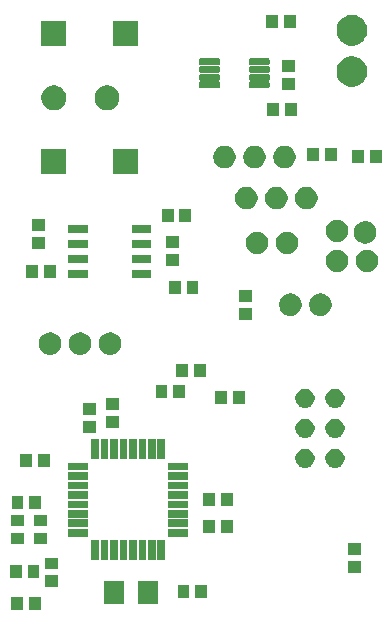
<source format=gts>
G04 #@! TF.GenerationSoftware,KiCad,Pcbnew,5.1.5-52549c5~86~ubuntu18.04.1*
G04 #@! TF.CreationDate,2020-12-07T21:32:19-08:00*
G04 #@! TF.ProjectId,heat2sound_rx_rev04,68656174-3273-46f7-956e-645f72785f72,rev?*
G04 #@! TF.SameCoordinates,Original*
G04 #@! TF.FileFunction,Soldermask,Top*
G04 #@! TF.FilePolarity,Negative*
%FSLAX46Y46*%
G04 Gerber Fmt 4.6, Leading zero omitted, Abs format (unit mm)*
G04 Created by KiCad (PCBNEW 5.1.5-52549c5~86~ubuntu18.04.1) date 2020-12-07 21:32:19*
%MOMM*%
%LPD*%
G04 APERTURE LIST*
%ADD10C,0.100000*%
G04 APERTURE END LIST*
D10*
G36*
X155151420Y-152050380D02*
G01*
X154152260Y-152050380D01*
X154152260Y-150949620D01*
X155151420Y-150949620D01*
X155151420Y-152050380D01*
G37*
G36*
X153648160Y-152050000D02*
G01*
X152648160Y-152050000D01*
X152648160Y-150950000D01*
X153648160Y-150950000D01*
X153648160Y-152050000D01*
G37*
G36*
X165082690Y-151572430D02*
G01*
X163385030Y-151572430D01*
X163385030Y-149671570D01*
X165082690Y-149671570D01*
X165082690Y-151572430D01*
G37*
G36*
X162242970Y-151572430D02*
G01*
X160545310Y-151572430D01*
X160545310Y-149671570D01*
X162242970Y-149671570D01*
X162242970Y-151572430D01*
G37*
G36*
X169251420Y-151050380D02*
G01*
X168252260Y-151050380D01*
X168252260Y-149949620D01*
X169251420Y-149949620D01*
X169251420Y-151050380D01*
G37*
G36*
X167747740Y-151050380D02*
G01*
X166748580Y-151050380D01*
X166748580Y-149949620D01*
X167747740Y-149949620D01*
X167747740Y-151050380D01*
G37*
G36*
X156650000Y-150151840D02*
G01*
X155550000Y-150151840D01*
X155550000Y-149151840D01*
X156650000Y-149151840D01*
X156650000Y-150151840D01*
G37*
G36*
X153547740Y-149350380D02*
G01*
X152548580Y-149350380D01*
X152548580Y-148249620D01*
X153547740Y-148249620D01*
X153547740Y-149350380D01*
G37*
G36*
X155051420Y-149350380D02*
G01*
X154052260Y-149350380D01*
X154052260Y-148249620D01*
X155051420Y-148249620D01*
X155051420Y-149350380D01*
G37*
G36*
X182250380Y-148951420D02*
G01*
X181149620Y-148951420D01*
X181149620Y-147952260D01*
X182250380Y-147952260D01*
X182250380Y-148951420D01*
G37*
G36*
X156650380Y-148647740D02*
G01*
X155549620Y-148647740D01*
X155549620Y-147648580D01*
X156650380Y-147648580D01*
X156650380Y-148647740D01*
G37*
G36*
X164885000Y-147848000D02*
G01*
X164235000Y-147848000D01*
X164235000Y-146148000D01*
X164885000Y-146148000D01*
X164885000Y-147848000D01*
G37*
G36*
X165685000Y-147848000D02*
G01*
X165035000Y-147848000D01*
X165035000Y-146148000D01*
X165685000Y-146148000D01*
X165685000Y-147848000D01*
G37*
G36*
X164085000Y-147848000D02*
G01*
X163435000Y-147848000D01*
X163435000Y-146148000D01*
X164085000Y-146148000D01*
X164085000Y-147848000D01*
G37*
G36*
X163285000Y-147848000D02*
G01*
X162635000Y-147848000D01*
X162635000Y-146148000D01*
X163285000Y-146148000D01*
X163285000Y-147848000D01*
G37*
G36*
X162485000Y-147848000D02*
G01*
X161835000Y-147848000D01*
X161835000Y-146148000D01*
X162485000Y-146148000D01*
X162485000Y-147848000D01*
G37*
G36*
X161685000Y-147848000D02*
G01*
X161035000Y-147848000D01*
X161035000Y-146148000D01*
X161685000Y-146148000D01*
X161685000Y-147848000D01*
G37*
G36*
X160885000Y-147848000D02*
G01*
X160235000Y-147848000D01*
X160235000Y-146148000D01*
X160885000Y-146148000D01*
X160885000Y-147848000D01*
G37*
G36*
X160085000Y-147848000D02*
G01*
X159435000Y-147848000D01*
X159435000Y-146148000D01*
X160085000Y-146148000D01*
X160085000Y-147848000D01*
G37*
G36*
X182250380Y-147447740D02*
G01*
X181149620Y-147447740D01*
X181149620Y-146448580D01*
X182250380Y-146448580D01*
X182250380Y-147447740D01*
G37*
G36*
X155728000Y-146488000D02*
G01*
X154628000Y-146488000D01*
X154628000Y-145588000D01*
X155728000Y-145588000D01*
X155728000Y-146488000D01*
G37*
G36*
X153728000Y-146488000D02*
G01*
X152628000Y-146488000D01*
X152628000Y-145588000D01*
X153728000Y-145588000D01*
X153728000Y-146488000D01*
G37*
G36*
X159160000Y-145873000D02*
G01*
X157460000Y-145873000D01*
X157460000Y-145223000D01*
X159160000Y-145223000D01*
X159160000Y-145873000D01*
G37*
G36*
X167660000Y-145873000D02*
G01*
X165960000Y-145873000D01*
X165960000Y-145223000D01*
X167660000Y-145223000D01*
X167660000Y-145873000D01*
G37*
G36*
X171431420Y-145584380D02*
G01*
X170432260Y-145584380D01*
X170432260Y-144483620D01*
X171431420Y-144483620D01*
X171431420Y-145584380D01*
G37*
G36*
X169928160Y-145584000D02*
G01*
X168928160Y-145584000D01*
X168928160Y-144484000D01*
X169928160Y-144484000D01*
X169928160Y-145584000D01*
G37*
G36*
X167660000Y-145073000D02*
G01*
X165960000Y-145073000D01*
X165960000Y-144423000D01*
X167660000Y-144423000D01*
X167660000Y-145073000D01*
G37*
G36*
X159160000Y-145073000D02*
G01*
X157460000Y-145073000D01*
X157460000Y-144423000D01*
X159160000Y-144423000D01*
X159160000Y-145073000D01*
G37*
G36*
X155728000Y-144988000D02*
G01*
X154628000Y-144988000D01*
X154628000Y-144088000D01*
X155728000Y-144088000D01*
X155728000Y-144988000D01*
G37*
G36*
X153728000Y-144988000D02*
G01*
X152628000Y-144988000D01*
X152628000Y-144088000D01*
X153728000Y-144088000D01*
X153728000Y-144988000D01*
G37*
G36*
X159160000Y-144273000D02*
G01*
X157460000Y-144273000D01*
X157460000Y-143623000D01*
X159160000Y-143623000D01*
X159160000Y-144273000D01*
G37*
G36*
X167660000Y-144273000D02*
G01*
X165960000Y-144273000D01*
X165960000Y-143623000D01*
X167660000Y-143623000D01*
X167660000Y-144273000D01*
G37*
G36*
X153681900Y-143552380D02*
G01*
X152682740Y-143552380D01*
X152682740Y-142451620D01*
X153681900Y-142451620D01*
X153681900Y-143552380D01*
G37*
G36*
X155186000Y-143552000D02*
G01*
X154186000Y-143552000D01*
X154186000Y-142452000D01*
X155186000Y-142452000D01*
X155186000Y-143552000D01*
G37*
G36*
X159160000Y-143473000D02*
G01*
X157460000Y-143473000D01*
X157460000Y-142823000D01*
X159160000Y-142823000D01*
X159160000Y-143473000D01*
G37*
G36*
X167660000Y-143473000D02*
G01*
X165960000Y-143473000D01*
X165960000Y-142823000D01*
X167660000Y-142823000D01*
X167660000Y-143473000D01*
G37*
G36*
X171431420Y-143298380D02*
G01*
X170432260Y-143298380D01*
X170432260Y-142197620D01*
X171431420Y-142197620D01*
X171431420Y-143298380D01*
G37*
G36*
X169928160Y-143298000D02*
G01*
X168928160Y-143298000D01*
X168928160Y-142198000D01*
X169928160Y-142198000D01*
X169928160Y-143298000D01*
G37*
G36*
X159160000Y-142673000D02*
G01*
X157460000Y-142673000D01*
X157460000Y-142023000D01*
X159160000Y-142023000D01*
X159160000Y-142673000D01*
G37*
G36*
X167660000Y-142673000D02*
G01*
X165960000Y-142673000D01*
X165960000Y-142023000D01*
X167660000Y-142023000D01*
X167660000Y-142673000D01*
G37*
G36*
X159160000Y-141873000D02*
G01*
X157460000Y-141873000D01*
X157460000Y-141223000D01*
X159160000Y-141223000D01*
X159160000Y-141873000D01*
G37*
G36*
X167660000Y-141873000D02*
G01*
X165960000Y-141873000D01*
X165960000Y-141223000D01*
X167660000Y-141223000D01*
X167660000Y-141873000D01*
G37*
G36*
X159160000Y-141073000D02*
G01*
X157460000Y-141073000D01*
X157460000Y-140423000D01*
X159160000Y-140423000D01*
X159160000Y-141073000D01*
G37*
G36*
X167660000Y-141073000D02*
G01*
X165960000Y-141073000D01*
X165960000Y-140423000D01*
X167660000Y-140423000D01*
X167660000Y-141073000D01*
G37*
G36*
X167660000Y-140273000D02*
G01*
X165960000Y-140273000D01*
X165960000Y-139623000D01*
X167660000Y-139623000D01*
X167660000Y-140273000D01*
G37*
G36*
X159160000Y-140273000D02*
G01*
X157460000Y-140273000D01*
X157460000Y-139623000D01*
X159160000Y-139623000D01*
X159160000Y-140273000D01*
G37*
G36*
X180254560Y-138448803D02*
G01*
X180306853Y-138459205D01*
X180454626Y-138520414D01*
X180587621Y-138609279D01*
X180700721Y-138722379D01*
X180789586Y-138855374D01*
X180850795Y-139003147D01*
X180882000Y-139160027D01*
X180882000Y-139319973D01*
X180850795Y-139476853D01*
X180789586Y-139624626D01*
X180700721Y-139757621D01*
X180587621Y-139870721D01*
X180454626Y-139959586D01*
X180306853Y-140020795D01*
X180254560Y-140031197D01*
X180149975Y-140052000D01*
X179990025Y-140052000D01*
X179885440Y-140031197D01*
X179833147Y-140020795D01*
X179685374Y-139959586D01*
X179552379Y-139870721D01*
X179439279Y-139757621D01*
X179350414Y-139624626D01*
X179289205Y-139476853D01*
X179258000Y-139319973D01*
X179258000Y-139160027D01*
X179289205Y-139003147D01*
X179350414Y-138855374D01*
X179439279Y-138722379D01*
X179552379Y-138609279D01*
X179685374Y-138520414D01*
X179833147Y-138459205D01*
X179885440Y-138448803D01*
X179990025Y-138428000D01*
X180149975Y-138428000D01*
X180254560Y-138448803D01*
G37*
G36*
X177714560Y-138448803D02*
G01*
X177766853Y-138459205D01*
X177914626Y-138520414D01*
X178047621Y-138609279D01*
X178160721Y-138722379D01*
X178249586Y-138855374D01*
X178310795Y-139003147D01*
X178342000Y-139160027D01*
X178342000Y-139319973D01*
X178310795Y-139476853D01*
X178249586Y-139624626D01*
X178160721Y-139757621D01*
X178047621Y-139870721D01*
X177914626Y-139959586D01*
X177766853Y-140020795D01*
X177714560Y-140031197D01*
X177609975Y-140052000D01*
X177450025Y-140052000D01*
X177345440Y-140031197D01*
X177293147Y-140020795D01*
X177145374Y-139959586D01*
X177012379Y-139870721D01*
X176899279Y-139757621D01*
X176810414Y-139624626D01*
X176749205Y-139476853D01*
X176718000Y-139319973D01*
X176718000Y-139160027D01*
X176749205Y-139003147D01*
X176810414Y-138855374D01*
X176899279Y-138722379D01*
X177012379Y-138609279D01*
X177145374Y-138520414D01*
X177293147Y-138459205D01*
X177345440Y-138448803D01*
X177450025Y-138428000D01*
X177609975Y-138428000D01*
X177714560Y-138448803D01*
G37*
G36*
X155937420Y-139996380D02*
G01*
X154938260Y-139996380D01*
X154938260Y-138895620D01*
X155937420Y-138895620D01*
X155937420Y-139996380D01*
G37*
G36*
X154434160Y-139996000D02*
G01*
X153434160Y-139996000D01*
X153434160Y-138896000D01*
X154434160Y-138896000D01*
X154434160Y-139996000D01*
G37*
G36*
X164885000Y-139348000D02*
G01*
X164235000Y-139348000D01*
X164235000Y-137648000D01*
X164885000Y-137648000D01*
X164885000Y-139348000D01*
G37*
G36*
X160085000Y-139348000D02*
G01*
X159435000Y-139348000D01*
X159435000Y-137648000D01*
X160085000Y-137648000D01*
X160085000Y-139348000D01*
G37*
G36*
X164085000Y-139348000D02*
G01*
X163435000Y-139348000D01*
X163435000Y-137648000D01*
X164085000Y-137648000D01*
X164085000Y-139348000D01*
G37*
G36*
X160885000Y-139348000D02*
G01*
X160235000Y-139348000D01*
X160235000Y-137648000D01*
X160885000Y-137648000D01*
X160885000Y-139348000D01*
G37*
G36*
X161685000Y-139348000D02*
G01*
X161035000Y-139348000D01*
X161035000Y-137648000D01*
X161685000Y-137648000D01*
X161685000Y-139348000D01*
G37*
G36*
X162485000Y-139348000D02*
G01*
X161835000Y-139348000D01*
X161835000Y-137648000D01*
X162485000Y-137648000D01*
X162485000Y-139348000D01*
G37*
G36*
X163285000Y-139348000D02*
G01*
X162635000Y-139348000D01*
X162635000Y-137648000D01*
X163285000Y-137648000D01*
X163285000Y-139348000D01*
G37*
G36*
X165685000Y-139348000D02*
G01*
X165035000Y-139348000D01*
X165035000Y-137648000D01*
X165685000Y-137648000D01*
X165685000Y-139348000D01*
G37*
G36*
X177714560Y-135908803D02*
G01*
X177766853Y-135919205D01*
X177914626Y-135980414D01*
X178047621Y-136069279D01*
X178160721Y-136182379D01*
X178249586Y-136315374D01*
X178310795Y-136463147D01*
X178342000Y-136620027D01*
X178342000Y-136779973D01*
X178310795Y-136936853D01*
X178249586Y-137084626D01*
X178160721Y-137217621D01*
X178047621Y-137330721D01*
X177914626Y-137419586D01*
X177766853Y-137480795D01*
X177714560Y-137491197D01*
X177609975Y-137512000D01*
X177450025Y-137512000D01*
X177345440Y-137491197D01*
X177293147Y-137480795D01*
X177145374Y-137419586D01*
X177012379Y-137330721D01*
X176899279Y-137217621D01*
X176810414Y-137084626D01*
X176749205Y-136936853D01*
X176718000Y-136779973D01*
X176718000Y-136620027D01*
X176749205Y-136463147D01*
X176810414Y-136315374D01*
X176899279Y-136182379D01*
X177012379Y-136069279D01*
X177145374Y-135980414D01*
X177293147Y-135919205D01*
X177345440Y-135908803D01*
X177450025Y-135888000D01*
X177609975Y-135888000D01*
X177714560Y-135908803D01*
G37*
G36*
X180254560Y-135908803D02*
G01*
X180306853Y-135919205D01*
X180454626Y-135980414D01*
X180587621Y-136069279D01*
X180700721Y-136182379D01*
X180789586Y-136315374D01*
X180850795Y-136463147D01*
X180882000Y-136620027D01*
X180882000Y-136779973D01*
X180850795Y-136936853D01*
X180789586Y-137084626D01*
X180700721Y-137217621D01*
X180587621Y-137330721D01*
X180454626Y-137419586D01*
X180306853Y-137480795D01*
X180254560Y-137491197D01*
X180149975Y-137512000D01*
X179990025Y-137512000D01*
X179885440Y-137491197D01*
X179833147Y-137480795D01*
X179685374Y-137419586D01*
X179552379Y-137330721D01*
X179439279Y-137217621D01*
X179350414Y-137084626D01*
X179289205Y-136936853D01*
X179258000Y-136779973D01*
X179258000Y-136620027D01*
X179289205Y-136463147D01*
X179350414Y-136315374D01*
X179439279Y-136182379D01*
X179552379Y-136069279D01*
X179685374Y-135980414D01*
X179833147Y-135919205D01*
X179885440Y-135908803D01*
X179990025Y-135888000D01*
X180149975Y-135888000D01*
X180254560Y-135908803D01*
G37*
G36*
X159825380Y-137101420D02*
G01*
X158724620Y-137101420D01*
X158724620Y-136102260D01*
X159825380Y-136102260D01*
X159825380Y-137101420D01*
G37*
G36*
X161775380Y-136653260D02*
G01*
X160674620Y-136653260D01*
X160674620Y-135654100D01*
X161775380Y-135654100D01*
X161775380Y-136653260D01*
G37*
G36*
X159825380Y-135597740D02*
G01*
X158724620Y-135597740D01*
X158724620Y-134598580D01*
X159825380Y-134598580D01*
X159825380Y-135597740D01*
G37*
G36*
X161775380Y-135149580D02*
G01*
X160674620Y-135149580D01*
X160674620Y-134150420D01*
X161775380Y-134150420D01*
X161775380Y-135149580D01*
G37*
G36*
X177714560Y-133368803D02*
G01*
X177766853Y-133379205D01*
X177914626Y-133440414D01*
X178047621Y-133529279D01*
X178160721Y-133642379D01*
X178249586Y-133775374D01*
X178310795Y-133923147D01*
X178342000Y-134080027D01*
X178342000Y-134239973D01*
X178310795Y-134396853D01*
X178249586Y-134544626D01*
X178160721Y-134677621D01*
X178047621Y-134790721D01*
X177914626Y-134879586D01*
X177766853Y-134940795D01*
X177714560Y-134951197D01*
X177609975Y-134972000D01*
X177450025Y-134972000D01*
X177345440Y-134951197D01*
X177293147Y-134940795D01*
X177145374Y-134879586D01*
X177012379Y-134790721D01*
X176899279Y-134677621D01*
X176810414Y-134544626D01*
X176749205Y-134396853D01*
X176718000Y-134239973D01*
X176718000Y-134080027D01*
X176749205Y-133923147D01*
X176810414Y-133775374D01*
X176899279Y-133642379D01*
X177012379Y-133529279D01*
X177145374Y-133440414D01*
X177293147Y-133379205D01*
X177345440Y-133368803D01*
X177450025Y-133348000D01*
X177609975Y-133348000D01*
X177714560Y-133368803D01*
G37*
G36*
X180254560Y-133368803D02*
G01*
X180306853Y-133379205D01*
X180454626Y-133440414D01*
X180587621Y-133529279D01*
X180700721Y-133642379D01*
X180789586Y-133775374D01*
X180850795Y-133923147D01*
X180882000Y-134080027D01*
X180882000Y-134239973D01*
X180850795Y-134396853D01*
X180789586Y-134544626D01*
X180700721Y-134677621D01*
X180587621Y-134790721D01*
X180454626Y-134879586D01*
X180306853Y-134940795D01*
X180254560Y-134951197D01*
X180149975Y-134972000D01*
X179990025Y-134972000D01*
X179885440Y-134951197D01*
X179833147Y-134940795D01*
X179685374Y-134879586D01*
X179552379Y-134790721D01*
X179439279Y-134677621D01*
X179350414Y-134544626D01*
X179289205Y-134396853D01*
X179258000Y-134239973D01*
X179258000Y-134080027D01*
X179289205Y-133923147D01*
X179350414Y-133775374D01*
X179439279Y-133642379D01*
X179552379Y-133529279D01*
X179685374Y-133440414D01*
X179833147Y-133379205D01*
X179885440Y-133368803D01*
X179990025Y-133348000D01*
X180149975Y-133348000D01*
X180254560Y-133368803D01*
G37*
G36*
X170943740Y-134662380D02*
G01*
X169944580Y-134662380D01*
X169944580Y-133561620D01*
X170943740Y-133561620D01*
X170943740Y-134662380D01*
G37*
G36*
X172447840Y-134662000D02*
G01*
X171447840Y-134662000D01*
X171447840Y-133562000D01*
X172447840Y-133562000D01*
X172447840Y-134662000D01*
G37*
G36*
X167377580Y-134154380D02*
G01*
X166378420Y-134154380D01*
X166378420Y-133053620D01*
X167377580Y-133053620D01*
X167377580Y-134154380D01*
G37*
G36*
X165874320Y-134154000D02*
G01*
X164874320Y-134154000D01*
X164874320Y-133054000D01*
X165874320Y-133054000D01*
X165874320Y-134154000D01*
G37*
G36*
X167641740Y-132376380D02*
G01*
X166642580Y-132376380D01*
X166642580Y-131275620D01*
X167641740Y-131275620D01*
X167641740Y-132376380D01*
G37*
G36*
X169145420Y-132376380D02*
G01*
X168146260Y-132376380D01*
X168146260Y-131275620D01*
X169145420Y-131275620D01*
X169145420Y-132376380D01*
G37*
G36*
X161251926Y-128614339D02*
G01*
X161313106Y-128626508D01*
X161485993Y-128698120D01*
X161641591Y-128802088D01*
X161773912Y-128934409D01*
X161877880Y-129090007D01*
X161949492Y-129262894D01*
X161986000Y-129446435D01*
X161986000Y-129633565D01*
X161949492Y-129817106D01*
X161877880Y-129989993D01*
X161773912Y-130145591D01*
X161641591Y-130277912D01*
X161485993Y-130381880D01*
X161313106Y-130453492D01*
X161251926Y-130465661D01*
X161129567Y-130490000D01*
X160942433Y-130490000D01*
X160820074Y-130465661D01*
X160758894Y-130453492D01*
X160586007Y-130381880D01*
X160430409Y-130277912D01*
X160298088Y-130145591D01*
X160194120Y-129989993D01*
X160122508Y-129817106D01*
X160086000Y-129633565D01*
X160086000Y-129446435D01*
X160122508Y-129262894D01*
X160194120Y-129090007D01*
X160298088Y-128934409D01*
X160430409Y-128802088D01*
X160586007Y-128698120D01*
X160758894Y-128626508D01*
X160820074Y-128614339D01*
X160942433Y-128590000D01*
X161129567Y-128590000D01*
X161251926Y-128614339D01*
G37*
G36*
X158711926Y-128614339D02*
G01*
X158773106Y-128626508D01*
X158945993Y-128698120D01*
X159101591Y-128802088D01*
X159233912Y-128934409D01*
X159337880Y-129090007D01*
X159409492Y-129262894D01*
X159446000Y-129446435D01*
X159446000Y-129633565D01*
X159409492Y-129817106D01*
X159337880Y-129989993D01*
X159233912Y-130145591D01*
X159101591Y-130277912D01*
X158945993Y-130381880D01*
X158773106Y-130453492D01*
X158711926Y-130465661D01*
X158589567Y-130490000D01*
X158402433Y-130490000D01*
X158280074Y-130465661D01*
X158218894Y-130453492D01*
X158046007Y-130381880D01*
X157890409Y-130277912D01*
X157758088Y-130145591D01*
X157654120Y-129989993D01*
X157582508Y-129817106D01*
X157546000Y-129633565D01*
X157546000Y-129446435D01*
X157582508Y-129262894D01*
X157654120Y-129090007D01*
X157758088Y-128934409D01*
X157890409Y-128802088D01*
X158046007Y-128698120D01*
X158218894Y-128626508D01*
X158280074Y-128614339D01*
X158402433Y-128590000D01*
X158589567Y-128590000D01*
X158711926Y-128614339D01*
G37*
G36*
X156171926Y-128614339D02*
G01*
X156233106Y-128626508D01*
X156405993Y-128698120D01*
X156561591Y-128802088D01*
X156693912Y-128934409D01*
X156797880Y-129090007D01*
X156869492Y-129262894D01*
X156906000Y-129446435D01*
X156906000Y-129633565D01*
X156869492Y-129817106D01*
X156797880Y-129989993D01*
X156693912Y-130145591D01*
X156561591Y-130277912D01*
X156405993Y-130381880D01*
X156233106Y-130453492D01*
X156171926Y-130465661D01*
X156049567Y-130490000D01*
X155862433Y-130490000D01*
X155740074Y-130465661D01*
X155678894Y-130453492D01*
X155506007Y-130381880D01*
X155350409Y-130277912D01*
X155218088Y-130145591D01*
X155114120Y-129989993D01*
X155042508Y-129817106D01*
X155006000Y-129633565D01*
X155006000Y-129446435D01*
X155042508Y-129262894D01*
X155114120Y-129090007D01*
X155218088Y-128934409D01*
X155350409Y-128802088D01*
X155506007Y-128698120D01*
X155678894Y-128626508D01*
X155740074Y-128614339D01*
X155862433Y-128590000D01*
X156049567Y-128590000D01*
X156171926Y-128614339D01*
G37*
G36*
X173050380Y-127499580D02*
G01*
X171949620Y-127499580D01*
X171949620Y-126500420D01*
X173050380Y-126500420D01*
X173050380Y-127499580D01*
G37*
G36*
X176502086Y-125312339D02*
G01*
X176563266Y-125324508D01*
X176736153Y-125396120D01*
X176891751Y-125500088D01*
X177024072Y-125632409D01*
X177128040Y-125788007D01*
X177199652Y-125960894D01*
X177236160Y-126144435D01*
X177236160Y-126331565D01*
X177199652Y-126515106D01*
X177128040Y-126687993D01*
X177024072Y-126843591D01*
X176891751Y-126975912D01*
X176736153Y-127079880D01*
X176563266Y-127151492D01*
X176502086Y-127163661D01*
X176379727Y-127188000D01*
X176192593Y-127188000D01*
X176070234Y-127163661D01*
X176009054Y-127151492D01*
X175836167Y-127079880D01*
X175680569Y-126975912D01*
X175548248Y-126843591D01*
X175444280Y-126687993D01*
X175372668Y-126515106D01*
X175336160Y-126331565D01*
X175336160Y-126144435D01*
X175372668Y-125960894D01*
X175444280Y-125788007D01*
X175548248Y-125632409D01*
X175680569Y-125500088D01*
X175836167Y-125396120D01*
X176009054Y-125324508D01*
X176070234Y-125312339D01*
X176192593Y-125288000D01*
X176379727Y-125288000D01*
X176502086Y-125312339D01*
G37*
G36*
X179042086Y-125312339D02*
G01*
X179103266Y-125324508D01*
X179276153Y-125396120D01*
X179431751Y-125500088D01*
X179564072Y-125632409D01*
X179668040Y-125788007D01*
X179739652Y-125960894D01*
X179776160Y-126144435D01*
X179776160Y-126331565D01*
X179739652Y-126515106D01*
X179668040Y-126687993D01*
X179564072Y-126843591D01*
X179431751Y-126975912D01*
X179276153Y-127079880D01*
X179103266Y-127151492D01*
X179042086Y-127163661D01*
X178919727Y-127188000D01*
X178732593Y-127188000D01*
X178610234Y-127163661D01*
X178549054Y-127151492D01*
X178376167Y-127079880D01*
X178220569Y-126975912D01*
X178088248Y-126843591D01*
X177984280Y-126687993D01*
X177912668Y-126515106D01*
X177876160Y-126331565D01*
X177876160Y-126144435D01*
X177912668Y-125960894D01*
X177984280Y-125788007D01*
X178088248Y-125632409D01*
X178220569Y-125500088D01*
X178376167Y-125396120D01*
X178549054Y-125324508D01*
X178610234Y-125312339D01*
X178732593Y-125288000D01*
X178919727Y-125288000D01*
X179042086Y-125312339D01*
G37*
G36*
X173050380Y-125995900D02*
G01*
X171949620Y-125995900D01*
X171949620Y-124996740D01*
X173050380Y-124996740D01*
X173050380Y-125995900D01*
G37*
G36*
X166997740Y-125300380D02*
G01*
X165998580Y-125300380D01*
X165998580Y-124199620D01*
X166997740Y-124199620D01*
X166997740Y-125300380D01*
G37*
G36*
X168501420Y-125300380D02*
G01*
X167502260Y-125300380D01*
X167502260Y-124199620D01*
X168501420Y-124199620D01*
X168501420Y-125300380D01*
G37*
G36*
X159125000Y-124005000D02*
G01*
X157475000Y-124005000D01*
X157475000Y-123305000D01*
X159125000Y-123305000D01*
X159125000Y-124005000D01*
G37*
G36*
X164525000Y-124005000D02*
G01*
X162875000Y-124005000D01*
X162875000Y-123305000D01*
X164525000Y-123305000D01*
X164525000Y-124005000D01*
G37*
G36*
X156421420Y-123980380D02*
G01*
X155422260Y-123980380D01*
X155422260Y-122879620D01*
X156421420Y-122879620D01*
X156421420Y-123980380D01*
G37*
G36*
X154917740Y-123980380D02*
G01*
X153918580Y-123980380D01*
X153918580Y-122879620D01*
X154917740Y-122879620D01*
X154917740Y-123980380D01*
G37*
G36*
X180445926Y-121594339D02*
G01*
X180507106Y-121606508D01*
X180679993Y-121678120D01*
X180835591Y-121782088D01*
X180967912Y-121914409D01*
X181071880Y-122070007D01*
X181143492Y-122242894D01*
X181180000Y-122426435D01*
X181180000Y-122613565D01*
X181143492Y-122797106D01*
X181071880Y-122969993D01*
X180967912Y-123125591D01*
X180835591Y-123257912D01*
X180679993Y-123361880D01*
X180507106Y-123433492D01*
X180445926Y-123445661D01*
X180323567Y-123470000D01*
X180136433Y-123470000D01*
X180014074Y-123445661D01*
X179952894Y-123433492D01*
X179780007Y-123361880D01*
X179624409Y-123257912D01*
X179492088Y-123125591D01*
X179388120Y-122969993D01*
X179316508Y-122797106D01*
X179280000Y-122613565D01*
X179280000Y-122426435D01*
X179316508Y-122242894D01*
X179388120Y-122070007D01*
X179492088Y-121914409D01*
X179624409Y-121782088D01*
X179780007Y-121678120D01*
X179952894Y-121606508D01*
X180014074Y-121594339D01*
X180136433Y-121570000D01*
X180323567Y-121570000D01*
X180445926Y-121594339D01*
G37*
G36*
X182985926Y-121594339D02*
G01*
X183047106Y-121606508D01*
X183219993Y-121678120D01*
X183375591Y-121782088D01*
X183507912Y-121914409D01*
X183611880Y-122070007D01*
X183683492Y-122242894D01*
X183720000Y-122426435D01*
X183720000Y-122613565D01*
X183683492Y-122797106D01*
X183611880Y-122969993D01*
X183507912Y-123125591D01*
X183375591Y-123257912D01*
X183219993Y-123361880D01*
X183047106Y-123433492D01*
X182985926Y-123445661D01*
X182863567Y-123470000D01*
X182676433Y-123470000D01*
X182554074Y-123445661D01*
X182492894Y-123433492D01*
X182320007Y-123361880D01*
X182164409Y-123257912D01*
X182032088Y-123125591D01*
X181928120Y-122969993D01*
X181856508Y-122797106D01*
X181820000Y-122613565D01*
X181820000Y-122426435D01*
X181856508Y-122242894D01*
X181928120Y-122070007D01*
X182032088Y-121914409D01*
X182164409Y-121782088D01*
X182320007Y-121678120D01*
X182492894Y-121606508D01*
X182554074Y-121594339D01*
X182676433Y-121570000D01*
X182863567Y-121570000D01*
X182985926Y-121594339D01*
G37*
G36*
X166825380Y-122926420D02*
G01*
X165724620Y-122926420D01*
X165724620Y-121927260D01*
X166825380Y-121927260D01*
X166825380Y-122926420D01*
G37*
G36*
X164525000Y-122735000D02*
G01*
X162875000Y-122735000D01*
X162875000Y-122035000D01*
X164525000Y-122035000D01*
X164525000Y-122735000D01*
G37*
G36*
X159125000Y-122735000D02*
G01*
X157475000Y-122735000D01*
X157475000Y-122035000D01*
X159125000Y-122035000D01*
X159125000Y-122735000D01*
G37*
G36*
X173681876Y-120073565D02*
G01*
X173746946Y-120086508D01*
X173919833Y-120158120D01*
X173919834Y-120158121D01*
X174067974Y-120257105D01*
X174075431Y-120262088D01*
X174207752Y-120394409D01*
X174311720Y-120550007D01*
X174383332Y-120722894D01*
X174383332Y-120722895D01*
X174410786Y-120860913D01*
X174419840Y-120906435D01*
X174419840Y-121093565D01*
X174383332Y-121277106D01*
X174311720Y-121449993D01*
X174207752Y-121605591D01*
X174075431Y-121737912D01*
X173919833Y-121841880D01*
X173746946Y-121913492D01*
X173685766Y-121925661D01*
X173563407Y-121950000D01*
X173376273Y-121950000D01*
X173253914Y-121925661D01*
X173192734Y-121913492D01*
X173019847Y-121841880D01*
X172864249Y-121737912D01*
X172731928Y-121605591D01*
X172627960Y-121449993D01*
X172556348Y-121277106D01*
X172519840Y-121093565D01*
X172519840Y-120906435D01*
X172528895Y-120860913D01*
X172556348Y-120722895D01*
X172556348Y-120722894D01*
X172627960Y-120550007D01*
X172731928Y-120394409D01*
X172864249Y-120262088D01*
X172871707Y-120257105D01*
X173019846Y-120158121D01*
X173019847Y-120158120D01*
X173192734Y-120086508D01*
X173257804Y-120073565D01*
X173376273Y-120050000D01*
X173563407Y-120050000D01*
X173681876Y-120073565D01*
G37*
G36*
X176221876Y-120073565D02*
G01*
X176286946Y-120086508D01*
X176459833Y-120158120D01*
X176459834Y-120158121D01*
X176607974Y-120257105D01*
X176615431Y-120262088D01*
X176747752Y-120394409D01*
X176851720Y-120550007D01*
X176923332Y-120722894D01*
X176923332Y-120722895D01*
X176950786Y-120860913D01*
X176959840Y-120906435D01*
X176959840Y-121093565D01*
X176923332Y-121277106D01*
X176851720Y-121449993D01*
X176747752Y-121605591D01*
X176615431Y-121737912D01*
X176459833Y-121841880D01*
X176286946Y-121913492D01*
X176225766Y-121925661D01*
X176103407Y-121950000D01*
X175916273Y-121950000D01*
X175793914Y-121925661D01*
X175732734Y-121913492D01*
X175559847Y-121841880D01*
X175404249Y-121737912D01*
X175271928Y-121605591D01*
X175167960Y-121449993D01*
X175096348Y-121277106D01*
X175059840Y-121093565D01*
X175059840Y-120906435D01*
X175068895Y-120860913D01*
X175096348Y-120722895D01*
X175096348Y-120722894D01*
X175167960Y-120550007D01*
X175271928Y-120394409D01*
X175404249Y-120262088D01*
X175411707Y-120257105D01*
X175559846Y-120158121D01*
X175559847Y-120158120D01*
X175732734Y-120086508D01*
X175797804Y-120073565D01*
X175916273Y-120050000D01*
X176103407Y-120050000D01*
X176221876Y-120073565D01*
G37*
G36*
X155550380Y-121501420D02*
G01*
X154449620Y-121501420D01*
X154449620Y-120502260D01*
X155550380Y-120502260D01*
X155550380Y-121501420D01*
G37*
G36*
X164525000Y-121465000D02*
G01*
X162875000Y-121465000D01*
X162875000Y-120765000D01*
X164525000Y-120765000D01*
X164525000Y-121465000D01*
G37*
G36*
X159125000Y-121465000D02*
G01*
X157475000Y-121465000D01*
X157475000Y-120765000D01*
X159125000Y-120765000D01*
X159125000Y-121465000D01*
G37*
G36*
X166825380Y-121422740D02*
G01*
X165724620Y-121422740D01*
X165724620Y-120423580D01*
X166825380Y-120423580D01*
X166825380Y-121422740D01*
G37*
G36*
X182842926Y-119197339D02*
G01*
X182904106Y-119209508D01*
X183076993Y-119281120D01*
X183076994Y-119281121D01*
X183216611Y-119374410D01*
X183232591Y-119385088D01*
X183364912Y-119517409D01*
X183468880Y-119673007D01*
X183540492Y-119845894D01*
X183540492Y-119845895D01*
X183577000Y-120029433D01*
X183577000Y-120216567D01*
X183567945Y-120262088D01*
X183540492Y-120400106D01*
X183468880Y-120572993D01*
X183468879Y-120572994D01*
X183364913Y-120728590D01*
X183232590Y-120860913D01*
X183164462Y-120906435D01*
X183076993Y-120964880D01*
X182904106Y-121036492D01*
X182842926Y-121048661D01*
X182720567Y-121073000D01*
X182533433Y-121073000D01*
X182411074Y-121048661D01*
X182349894Y-121036492D01*
X182177007Y-120964880D01*
X182089538Y-120906435D01*
X182021410Y-120860913D01*
X181889087Y-120728590D01*
X181785121Y-120572994D01*
X181785120Y-120572993D01*
X181713508Y-120400106D01*
X181686055Y-120262088D01*
X181677000Y-120216567D01*
X181677000Y-120029433D01*
X181713508Y-119845895D01*
X181713508Y-119845894D01*
X181785120Y-119673007D01*
X181889088Y-119517409D01*
X182021409Y-119385088D01*
X182037390Y-119374410D01*
X182177006Y-119281121D01*
X182177007Y-119281120D01*
X182349894Y-119209508D01*
X182411074Y-119197339D01*
X182533433Y-119173000D01*
X182720567Y-119173000D01*
X182842926Y-119197339D01*
G37*
G36*
X180445926Y-119054339D02*
G01*
X180507106Y-119066508D01*
X180679993Y-119138120D01*
X180835591Y-119242088D01*
X180967912Y-119374409D01*
X181071880Y-119530007D01*
X181143492Y-119702894D01*
X181180000Y-119886435D01*
X181180000Y-120073565D01*
X181143492Y-120257106D01*
X181071880Y-120429993D01*
X181071879Y-120429994D01*
X180967913Y-120585590D01*
X180835590Y-120717913D01*
X180819609Y-120728591D01*
X180679993Y-120821880D01*
X180507106Y-120893492D01*
X180445926Y-120905661D01*
X180323567Y-120930000D01*
X180136433Y-120930000D01*
X180014074Y-120905661D01*
X179952894Y-120893492D01*
X179780007Y-120821880D01*
X179640391Y-120728591D01*
X179624410Y-120717913D01*
X179492087Y-120585590D01*
X179388121Y-120429994D01*
X179388120Y-120429993D01*
X179316508Y-120257106D01*
X179280000Y-120073565D01*
X179280000Y-119886435D01*
X179316508Y-119702894D01*
X179388120Y-119530007D01*
X179492088Y-119374409D01*
X179624409Y-119242088D01*
X179780007Y-119138120D01*
X179952894Y-119066508D01*
X180014074Y-119054339D01*
X180136433Y-119030000D01*
X180323567Y-119030000D01*
X180445926Y-119054339D01*
G37*
G36*
X159125000Y-120195000D02*
G01*
X157475000Y-120195000D01*
X157475000Y-119495000D01*
X159125000Y-119495000D01*
X159125000Y-120195000D01*
G37*
G36*
X164525000Y-120195000D02*
G01*
X162875000Y-120195000D01*
X162875000Y-119495000D01*
X164525000Y-119495000D01*
X164525000Y-120195000D01*
G37*
G36*
X155550380Y-119997740D02*
G01*
X154449620Y-119997740D01*
X154449620Y-118998580D01*
X155550380Y-118998580D01*
X155550380Y-119997740D01*
G37*
G36*
X167901420Y-119250380D02*
G01*
X166902260Y-119250380D01*
X166902260Y-118149620D01*
X167901420Y-118149620D01*
X167901420Y-119250380D01*
G37*
G36*
X166398160Y-119250000D02*
G01*
X165398160Y-119250000D01*
X165398160Y-118150000D01*
X166398160Y-118150000D01*
X166398160Y-119250000D01*
G37*
G36*
X175315926Y-116274339D02*
G01*
X175377106Y-116286508D01*
X175549993Y-116358120D01*
X175705591Y-116462088D01*
X175837912Y-116594409D01*
X175941880Y-116750007D01*
X176013492Y-116922894D01*
X176050000Y-117106435D01*
X176050000Y-117293565D01*
X176013492Y-117477106D01*
X175941880Y-117649993D01*
X175837912Y-117805591D01*
X175705591Y-117937912D01*
X175549993Y-118041880D01*
X175377106Y-118113492D01*
X175315926Y-118125661D01*
X175193567Y-118150000D01*
X175006433Y-118150000D01*
X174884074Y-118125661D01*
X174822894Y-118113492D01*
X174650007Y-118041880D01*
X174494409Y-117937912D01*
X174362088Y-117805591D01*
X174258120Y-117649993D01*
X174186508Y-117477106D01*
X174150000Y-117293565D01*
X174150000Y-117106435D01*
X174186508Y-116922894D01*
X174258120Y-116750007D01*
X174362088Y-116594409D01*
X174494409Y-116462088D01*
X174650007Y-116358120D01*
X174822894Y-116286508D01*
X174884074Y-116274339D01*
X175006433Y-116250000D01*
X175193567Y-116250000D01*
X175315926Y-116274339D01*
G37*
G36*
X177855926Y-116274339D02*
G01*
X177917106Y-116286508D01*
X178089993Y-116358120D01*
X178245591Y-116462088D01*
X178377912Y-116594409D01*
X178481880Y-116750007D01*
X178553492Y-116922894D01*
X178590000Y-117106435D01*
X178590000Y-117293565D01*
X178553492Y-117477106D01*
X178481880Y-117649993D01*
X178377912Y-117805591D01*
X178245591Y-117937912D01*
X178089993Y-118041880D01*
X177917106Y-118113492D01*
X177855926Y-118125661D01*
X177733567Y-118150000D01*
X177546433Y-118150000D01*
X177424074Y-118125661D01*
X177362894Y-118113492D01*
X177190007Y-118041880D01*
X177034409Y-117937912D01*
X176902088Y-117805591D01*
X176798120Y-117649993D01*
X176726508Y-117477106D01*
X176690000Y-117293565D01*
X176690000Y-117106435D01*
X176726508Y-116922894D01*
X176798120Y-116750007D01*
X176902088Y-116594409D01*
X177034409Y-116462088D01*
X177190007Y-116358120D01*
X177362894Y-116286508D01*
X177424074Y-116274339D01*
X177546433Y-116250000D01*
X177733567Y-116250000D01*
X177855926Y-116274339D01*
G37*
G36*
X172775926Y-116274339D02*
G01*
X172837106Y-116286508D01*
X173009993Y-116358120D01*
X173165591Y-116462088D01*
X173297912Y-116594409D01*
X173401880Y-116750007D01*
X173473492Y-116922894D01*
X173510000Y-117106435D01*
X173510000Y-117293565D01*
X173473492Y-117477106D01*
X173401880Y-117649993D01*
X173297912Y-117805591D01*
X173165591Y-117937912D01*
X173009993Y-118041880D01*
X172837106Y-118113492D01*
X172775926Y-118125661D01*
X172653567Y-118150000D01*
X172466433Y-118150000D01*
X172344074Y-118125661D01*
X172282894Y-118113492D01*
X172110007Y-118041880D01*
X171954409Y-117937912D01*
X171822088Y-117805591D01*
X171718120Y-117649993D01*
X171646508Y-117477106D01*
X171610000Y-117293565D01*
X171610000Y-117106435D01*
X171646508Y-116922894D01*
X171718120Y-116750007D01*
X171822088Y-116594409D01*
X171954409Y-116462088D01*
X172110007Y-116358120D01*
X172282894Y-116286508D01*
X172344074Y-116274339D01*
X172466433Y-116250000D01*
X172653567Y-116250000D01*
X172775926Y-116274339D01*
G37*
G36*
X157315370Y-115176770D02*
G01*
X155216390Y-115176770D01*
X155216390Y-113077790D01*
X157315370Y-113077790D01*
X157315370Y-115176770D01*
G37*
G36*
X163416450Y-115176770D02*
G01*
X161317470Y-115176770D01*
X161317470Y-113077790D01*
X163416450Y-113077790D01*
X163416450Y-115176770D01*
G37*
G36*
X173465926Y-112824339D02*
G01*
X173527106Y-112836508D01*
X173699993Y-112908120D01*
X173699994Y-112908121D01*
X173852467Y-113010000D01*
X173855591Y-113012088D01*
X173987912Y-113144409D01*
X174091880Y-113300007D01*
X174163492Y-113472894D01*
X174200000Y-113656435D01*
X174200000Y-113843565D01*
X174163492Y-114027106D01*
X174091880Y-114199993D01*
X173987912Y-114355591D01*
X173855591Y-114487912D01*
X173699993Y-114591880D01*
X173527106Y-114663492D01*
X173465926Y-114675661D01*
X173343567Y-114700000D01*
X173156433Y-114700000D01*
X173034074Y-114675661D01*
X172972894Y-114663492D01*
X172800007Y-114591880D01*
X172644409Y-114487912D01*
X172512088Y-114355591D01*
X172408120Y-114199993D01*
X172336508Y-114027106D01*
X172300000Y-113843565D01*
X172300000Y-113656435D01*
X172336508Y-113472894D01*
X172408120Y-113300007D01*
X172512088Y-113144409D01*
X172644409Y-113012088D01*
X172647534Y-113010000D01*
X172800006Y-112908121D01*
X172800007Y-112908120D01*
X172972894Y-112836508D01*
X173034074Y-112824339D01*
X173156433Y-112800000D01*
X173343567Y-112800000D01*
X173465926Y-112824339D01*
G37*
G36*
X170925926Y-112824339D02*
G01*
X170987106Y-112836508D01*
X171159993Y-112908120D01*
X171159994Y-112908121D01*
X171312467Y-113010000D01*
X171315591Y-113012088D01*
X171447912Y-113144409D01*
X171551880Y-113300007D01*
X171623492Y-113472894D01*
X171660000Y-113656435D01*
X171660000Y-113843565D01*
X171623492Y-114027106D01*
X171551880Y-114199993D01*
X171447912Y-114355591D01*
X171315591Y-114487912D01*
X171159993Y-114591880D01*
X170987106Y-114663492D01*
X170925926Y-114675661D01*
X170803567Y-114700000D01*
X170616433Y-114700000D01*
X170494074Y-114675661D01*
X170432894Y-114663492D01*
X170260007Y-114591880D01*
X170104409Y-114487912D01*
X169972088Y-114355591D01*
X169868120Y-114199993D01*
X169796508Y-114027106D01*
X169760000Y-113843565D01*
X169760000Y-113656435D01*
X169796508Y-113472894D01*
X169868120Y-113300007D01*
X169972088Y-113144409D01*
X170104409Y-113012088D01*
X170107534Y-113010000D01*
X170260006Y-112908121D01*
X170260007Y-112908120D01*
X170432894Y-112836508D01*
X170494074Y-112824339D01*
X170616433Y-112800000D01*
X170803567Y-112800000D01*
X170925926Y-112824339D01*
G37*
G36*
X176005926Y-112824339D02*
G01*
X176067106Y-112836508D01*
X176239993Y-112908120D01*
X176239994Y-112908121D01*
X176392467Y-113010000D01*
X176395591Y-113012088D01*
X176527912Y-113144409D01*
X176631880Y-113300007D01*
X176703492Y-113472894D01*
X176740000Y-113656435D01*
X176740000Y-113843565D01*
X176703492Y-114027106D01*
X176631880Y-114199993D01*
X176527912Y-114355591D01*
X176395591Y-114487912D01*
X176239993Y-114591880D01*
X176067106Y-114663492D01*
X176005926Y-114675661D01*
X175883567Y-114700000D01*
X175696433Y-114700000D01*
X175574074Y-114675661D01*
X175512894Y-114663492D01*
X175340007Y-114591880D01*
X175184409Y-114487912D01*
X175052088Y-114355591D01*
X174948120Y-114199993D01*
X174876508Y-114027106D01*
X174840000Y-113843565D01*
X174840000Y-113656435D01*
X174876508Y-113472894D01*
X174948120Y-113300007D01*
X175052088Y-113144409D01*
X175184409Y-113012088D01*
X175187534Y-113010000D01*
X175340006Y-112908121D01*
X175340007Y-112908120D01*
X175512894Y-112836508D01*
X175574074Y-112824339D01*
X175696433Y-112800000D01*
X175883567Y-112800000D01*
X176005926Y-112824339D01*
G37*
G36*
X182549580Y-114240380D02*
G01*
X181550420Y-114240380D01*
X181550420Y-113139620D01*
X182549580Y-113139620D01*
X182549580Y-114240380D01*
G37*
G36*
X184053680Y-114240000D02*
G01*
X183053680Y-114240000D01*
X183053680Y-113140000D01*
X184053680Y-113140000D01*
X184053680Y-114240000D01*
G37*
G36*
X180221420Y-114110380D02*
G01*
X179222260Y-114110380D01*
X179222260Y-113009620D01*
X180221420Y-113009620D01*
X180221420Y-114110380D01*
G37*
G36*
X178718160Y-114110000D02*
G01*
X177718160Y-114110000D01*
X177718160Y-113010000D01*
X178718160Y-113010000D01*
X178718160Y-114110000D01*
G37*
G36*
X176813260Y-110250380D02*
G01*
X175814100Y-110250380D01*
X175814100Y-109149620D01*
X176813260Y-109149620D01*
X176813260Y-110250380D01*
G37*
G36*
X175309580Y-110250380D02*
G01*
X174310420Y-110250380D01*
X174310420Y-109149620D01*
X175309580Y-109149620D01*
X175309580Y-110250380D01*
G37*
G36*
X156572005Y-107702841D02*
G01*
X156763000Y-107781954D01*
X156934891Y-107896808D01*
X157081072Y-108042989D01*
X157195926Y-108214880D01*
X157275039Y-108405875D01*
X157315370Y-108608634D01*
X157315370Y-108815366D01*
X157275039Y-109018125D01*
X157195926Y-109209120D01*
X157081072Y-109381011D01*
X156934891Y-109527192D01*
X156763000Y-109642046D01*
X156572005Y-109721159D01*
X156369246Y-109761490D01*
X156162514Y-109761490D01*
X155959755Y-109721159D01*
X155768760Y-109642046D01*
X155596869Y-109527192D01*
X155450688Y-109381011D01*
X155335834Y-109209120D01*
X155256721Y-109018125D01*
X155216390Y-108815366D01*
X155216390Y-108608634D01*
X155256721Y-108405875D01*
X155335834Y-108214880D01*
X155450688Y-108042989D01*
X155596869Y-107896808D01*
X155768760Y-107781954D01*
X155959755Y-107702841D01*
X156162514Y-107662510D01*
X156369246Y-107662510D01*
X156572005Y-107702841D01*
G37*
G36*
X161072885Y-107702841D02*
G01*
X161263880Y-107781954D01*
X161435771Y-107896808D01*
X161581952Y-108042989D01*
X161696806Y-108214880D01*
X161775919Y-108405875D01*
X161816250Y-108608634D01*
X161816250Y-108815366D01*
X161775919Y-109018125D01*
X161696806Y-109209120D01*
X161581952Y-109381011D01*
X161435771Y-109527192D01*
X161263880Y-109642046D01*
X161072885Y-109721159D01*
X160870126Y-109761490D01*
X160663394Y-109761490D01*
X160460635Y-109721159D01*
X160269640Y-109642046D01*
X160097749Y-109527192D01*
X159951568Y-109381011D01*
X159836714Y-109209120D01*
X159757601Y-109018125D01*
X159717270Y-108815366D01*
X159717270Y-108608634D01*
X159757601Y-108405875D01*
X159836714Y-108214880D01*
X159951568Y-108042989D01*
X160097749Y-107896808D01*
X160269640Y-107781954D01*
X160460635Y-107702841D01*
X160663394Y-107662510D01*
X160870126Y-107662510D01*
X161072885Y-107702841D01*
G37*
G36*
X176720000Y-108041840D02*
G01*
X175620000Y-108041840D01*
X175620000Y-107041840D01*
X176720000Y-107041840D01*
X176720000Y-108041840D01*
G37*
G36*
X174424301Y-107327761D02*
G01*
X174450074Y-107335579D01*
X174473827Y-107348275D01*
X174494642Y-107365358D01*
X174511725Y-107386173D01*
X174524421Y-107409926D01*
X174532239Y-107435699D01*
X174535000Y-107463731D01*
X174535000Y-107786269D01*
X174532239Y-107814301D01*
X174524421Y-107840074D01*
X174511725Y-107863827D01*
X174494642Y-107884642D01*
X174473827Y-107901725D01*
X174450074Y-107914421D01*
X174424301Y-107922239D01*
X174396269Y-107925000D01*
X172948731Y-107925000D01*
X172920699Y-107922239D01*
X172894926Y-107914421D01*
X172871173Y-107901725D01*
X172850358Y-107884642D01*
X172833275Y-107863827D01*
X172820579Y-107840074D01*
X172812761Y-107814301D01*
X172810000Y-107786269D01*
X172810000Y-107463731D01*
X172812761Y-107435699D01*
X172820579Y-107409926D01*
X172833275Y-107386173D01*
X172850358Y-107365358D01*
X172871173Y-107348275D01*
X172894926Y-107335579D01*
X172920699Y-107327761D01*
X172948731Y-107325000D01*
X174396269Y-107325000D01*
X174424301Y-107327761D01*
G37*
G36*
X170199301Y-107327761D02*
G01*
X170225074Y-107335579D01*
X170248827Y-107348275D01*
X170269642Y-107365358D01*
X170286725Y-107386173D01*
X170299421Y-107409926D01*
X170307239Y-107435699D01*
X170310000Y-107463731D01*
X170310000Y-107786269D01*
X170307239Y-107814301D01*
X170299421Y-107840074D01*
X170286725Y-107863827D01*
X170269642Y-107884642D01*
X170248827Y-107901725D01*
X170225074Y-107914421D01*
X170199301Y-107922239D01*
X170171269Y-107925000D01*
X168723731Y-107925000D01*
X168695699Y-107922239D01*
X168669926Y-107914421D01*
X168646173Y-107901725D01*
X168625358Y-107884642D01*
X168608275Y-107863827D01*
X168595579Y-107840074D01*
X168587761Y-107814301D01*
X168585000Y-107786269D01*
X168585000Y-107463731D01*
X168587761Y-107435699D01*
X168595579Y-107409926D01*
X168608275Y-107386173D01*
X168625358Y-107365358D01*
X168646173Y-107348275D01*
X168669926Y-107335579D01*
X168695699Y-107327761D01*
X168723731Y-107325000D01*
X170171269Y-107325000D01*
X170199301Y-107327761D01*
G37*
G36*
X181879196Y-105250018D02*
G01*
X182115781Y-105348015D01*
X182328702Y-105490284D01*
X182509776Y-105671358D01*
X182652045Y-105884279D01*
X182750042Y-106120864D01*
X182800000Y-106372021D01*
X182800000Y-106628099D01*
X182750042Y-106879256D01*
X182652045Y-107115841D01*
X182509776Y-107328762D01*
X182328702Y-107509836D01*
X182115781Y-107652105D01*
X181879196Y-107750102D01*
X181628039Y-107800060D01*
X181371961Y-107800060D01*
X181120804Y-107750102D01*
X180884219Y-107652105D01*
X180671298Y-107509836D01*
X180490224Y-107328762D01*
X180347955Y-107115841D01*
X180249958Y-106879256D01*
X180200000Y-106628099D01*
X180200000Y-106372021D01*
X180249958Y-106120864D01*
X180347955Y-105884279D01*
X180490224Y-105671358D01*
X180671298Y-105490284D01*
X180884219Y-105348015D01*
X181120804Y-105250018D01*
X181371961Y-105200060D01*
X181628039Y-105200060D01*
X181879196Y-105250018D01*
G37*
G36*
X174424301Y-106677761D02*
G01*
X174450074Y-106685579D01*
X174473827Y-106698275D01*
X174494642Y-106715358D01*
X174511725Y-106736173D01*
X174524421Y-106759926D01*
X174532239Y-106785699D01*
X174535000Y-106813731D01*
X174535000Y-107136269D01*
X174532239Y-107164301D01*
X174524421Y-107190074D01*
X174511725Y-107213827D01*
X174494642Y-107234642D01*
X174473827Y-107251725D01*
X174450074Y-107264421D01*
X174424301Y-107272239D01*
X174396269Y-107275000D01*
X172948731Y-107275000D01*
X172920699Y-107272239D01*
X172894926Y-107264421D01*
X172871173Y-107251725D01*
X172850358Y-107234642D01*
X172833275Y-107213827D01*
X172820579Y-107190074D01*
X172812761Y-107164301D01*
X172810000Y-107136269D01*
X172810000Y-106813731D01*
X172812761Y-106785699D01*
X172820579Y-106759926D01*
X172833275Y-106736173D01*
X172850358Y-106715358D01*
X172871173Y-106698275D01*
X172894926Y-106685579D01*
X172920699Y-106677761D01*
X172948731Y-106675000D01*
X174396269Y-106675000D01*
X174424301Y-106677761D01*
G37*
G36*
X170199301Y-106677761D02*
G01*
X170225074Y-106685579D01*
X170248827Y-106698275D01*
X170269642Y-106715358D01*
X170286725Y-106736173D01*
X170299421Y-106759926D01*
X170307239Y-106785699D01*
X170310000Y-106813731D01*
X170310000Y-107136269D01*
X170307239Y-107164301D01*
X170299421Y-107190074D01*
X170286725Y-107213827D01*
X170269642Y-107234642D01*
X170248827Y-107251725D01*
X170225074Y-107264421D01*
X170199301Y-107272239D01*
X170171269Y-107275000D01*
X168723731Y-107275000D01*
X168695699Y-107272239D01*
X168669926Y-107264421D01*
X168646173Y-107251725D01*
X168625358Y-107234642D01*
X168608275Y-107213827D01*
X168595579Y-107190074D01*
X168587761Y-107164301D01*
X168585000Y-107136269D01*
X168585000Y-106813731D01*
X168587761Y-106785699D01*
X168595579Y-106759926D01*
X168608275Y-106736173D01*
X168625358Y-106715358D01*
X168646173Y-106698275D01*
X168669926Y-106685579D01*
X168695699Y-106677761D01*
X168723731Y-106675000D01*
X170171269Y-106675000D01*
X170199301Y-106677761D01*
G37*
G36*
X174424301Y-106027761D02*
G01*
X174450074Y-106035579D01*
X174473827Y-106048275D01*
X174494642Y-106065358D01*
X174511725Y-106086173D01*
X174524421Y-106109926D01*
X174532239Y-106135699D01*
X174535000Y-106163731D01*
X174535000Y-106486269D01*
X174532239Y-106514301D01*
X174524421Y-106540074D01*
X174511725Y-106563827D01*
X174494642Y-106584642D01*
X174473827Y-106601725D01*
X174450074Y-106614421D01*
X174424301Y-106622239D01*
X174396269Y-106625000D01*
X172948731Y-106625000D01*
X172920699Y-106622239D01*
X172894926Y-106614421D01*
X172871173Y-106601725D01*
X172850358Y-106584642D01*
X172833275Y-106563827D01*
X172820579Y-106540074D01*
X172812761Y-106514301D01*
X172810000Y-106486269D01*
X172810000Y-106163731D01*
X172812761Y-106135699D01*
X172820579Y-106109926D01*
X172833275Y-106086173D01*
X172850358Y-106065358D01*
X172871173Y-106048275D01*
X172894926Y-106035579D01*
X172920699Y-106027761D01*
X172948731Y-106025000D01*
X174396269Y-106025000D01*
X174424301Y-106027761D01*
G37*
G36*
X170199301Y-106027761D02*
G01*
X170225074Y-106035579D01*
X170248827Y-106048275D01*
X170269642Y-106065358D01*
X170286725Y-106086173D01*
X170299421Y-106109926D01*
X170307239Y-106135699D01*
X170310000Y-106163731D01*
X170310000Y-106486269D01*
X170307239Y-106514301D01*
X170299421Y-106540074D01*
X170286725Y-106563827D01*
X170269642Y-106584642D01*
X170248827Y-106601725D01*
X170225074Y-106614421D01*
X170199301Y-106622239D01*
X170171269Y-106625000D01*
X168723731Y-106625000D01*
X168695699Y-106622239D01*
X168669926Y-106614421D01*
X168646173Y-106601725D01*
X168625358Y-106584642D01*
X168608275Y-106563827D01*
X168595579Y-106540074D01*
X168587761Y-106514301D01*
X168585000Y-106486269D01*
X168585000Y-106163731D01*
X168587761Y-106135699D01*
X168595579Y-106109926D01*
X168608275Y-106086173D01*
X168625358Y-106065358D01*
X168646173Y-106048275D01*
X168669926Y-106035579D01*
X168695699Y-106027761D01*
X168723731Y-106025000D01*
X170171269Y-106025000D01*
X170199301Y-106027761D01*
G37*
G36*
X176720380Y-106537740D02*
G01*
X175619620Y-106537740D01*
X175619620Y-105538580D01*
X176720380Y-105538580D01*
X176720380Y-106537740D01*
G37*
G36*
X174424301Y-105377761D02*
G01*
X174450074Y-105385579D01*
X174473827Y-105398275D01*
X174494642Y-105415358D01*
X174511725Y-105436173D01*
X174524421Y-105459926D01*
X174532239Y-105485699D01*
X174535000Y-105513731D01*
X174535000Y-105836269D01*
X174532239Y-105864301D01*
X174524421Y-105890074D01*
X174511725Y-105913827D01*
X174494642Y-105934642D01*
X174473827Y-105951725D01*
X174450074Y-105964421D01*
X174424301Y-105972239D01*
X174396269Y-105975000D01*
X172948731Y-105975000D01*
X172920699Y-105972239D01*
X172894926Y-105964421D01*
X172871173Y-105951725D01*
X172850358Y-105934642D01*
X172833275Y-105913827D01*
X172820579Y-105890074D01*
X172812761Y-105864301D01*
X172810000Y-105836269D01*
X172810000Y-105513731D01*
X172812761Y-105485699D01*
X172820579Y-105459926D01*
X172833275Y-105436173D01*
X172850358Y-105415358D01*
X172871173Y-105398275D01*
X172894926Y-105385579D01*
X172920699Y-105377761D01*
X172948731Y-105375000D01*
X174396269Y-105375000D01*
X174424301Y-105377761D01*
G37*
G36*
X170199301Y-105377761D02*
G01*
X170225074Y-105385579D01*
X170248827Y-105398275D01*
X170269642Y-105415358D01*
X170286725Y-105436173D01*
X170299421Y-105459926D01*
X170307239Y-105485699D01*
X170310000Y-105513731D01*
X170310000Y-105836269D01*
X170307239Y-105864301D01*
X170299421Y-105890074D01*
X170286725Y-105913827D01*
X170269642Y-105934642D01*
X170248827Y-105951725D01*
X170225074Y-105964421D01*
X170199301Y-105972239D01*
X170171269Y-105975000D01*
X168723731Y-105975000D01*
X168695699Y-105972239D01*
X168669926Y-105964421D01*
X168646173Y-105951725D01*
X168625358Y-105934642D01*
X168608275Y-105913827D01*
X168595579Y-105890074D01*
X168587761Y-105864301D01*
X168585000Y-105836269D01*
X168585000Y-105513731D01*
X168587761Y-105485699D01*
X168595579Y-105459926D01*
X168608275Y-105436173D01*
X168625358Y-105415358D01*
X168646173Y-105398275D01*
X168669926Y-105385579D01*
X168695699Y-105377761D01*
X168723731Y-105375000D01*
X170171269Y-105375000D01*
X170199301Y-105377761D01*
G37*
G36*
X163416450Y-104351290D02*
G01*
X161317470Y-104351290D01*
X161317470Y-102252310D01*
X163416450Y-102252310D01*
X163416450Y-104351290D01*
G37*
G36*
X157315370Y-104351290D02*
G01*
X155216390Y-104351290D01*
X155216390Y-102252310D01*
X157315370Y-102252310D01*
X157315370Y-104351290D01*
G37*
G36*
X181879196Y-101749898D02*
G01*
X182115781Y-101847895D01*
X182328702Y-101990164D01*
X182509776Y-102171238D01*
X182652045Y-102384159D01*
X182750042Y-102620744D01*
X182800000Y-102871901D01*
X182800000Y-103127979D01*
X182750042Y-103379136D01*
X182652045Y-103615721D01*
X182509776Y-103828642D01*
X182328702Y-104009716D01*
X182115781Y-104151985D01*
X181879196Y-104249982D01*
X181628039Y-104299940D01*
X181371961Y-104299940D01*
X181120804Y-104249982D01*
X180884219Y-104151985D01*
X180671298Y-104009716D01*
X180490224Y-103828642D01*
X180347955Y-103615721D01*
X180249958Y-103379136D01*
X180200000Y-103127979D01*
X180200000Y-102871901D01*
X180249958Y-102620744D01*
X180347955Y-102384159D01*
X180490224Y-102171238D01*
X180671298Y-101990164D01*
X180884219Y-101847895D01*
X181120804Y-101749898D01*
X181371961Y-101699940D01*
X181628039Y-101699940D01*
X181879196Y-101749898D01*
G37*
G36*
X175249580Y-102800380D02*
G01*
X174250420Y-102800380D01*
X174250420Y-101699620D01*
X175249580Y-101699620D01*
X175249580Y-102800380D01*
G37*
G36*
X176753260Y-102800380D02*
G01*
X175754100Y-102800380D01*
X175754100Y-101699620D01*
X176753260Y-101699620D01*
X176753260Y-102800380D01*
G37*
M02*

</source>
